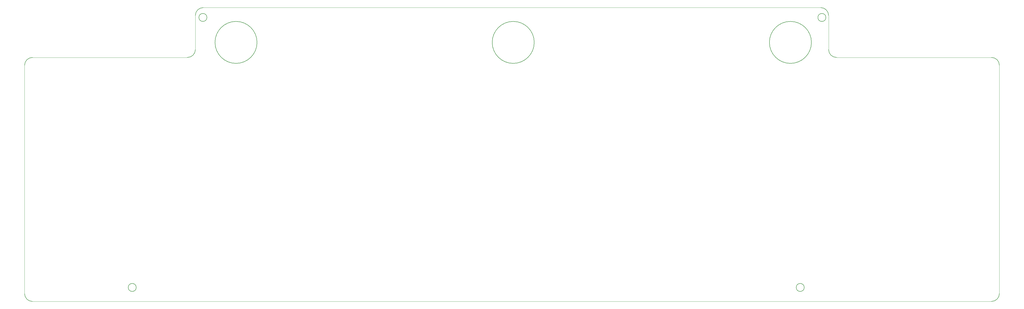
<source format=gbr>
%TF.GenerationSoftware,KiCad,Pcbnew,(6.99.0-5337-gc57e6db79a-dirty)*%
%TF.CreationDate,2023-01-26T13:45:44-05:00*%
%TF.ProjectId,m0116,6d303131-362e-46b6-9963-61645f706362,rev?*%
%TF.SameCoordinates,Original*%
%TF.FileFunction,Profile,NP*%
%FSLAX46Y46*%
G04 Gerber Fmt 4.6, Leading zero omitted, Abs format (unit mm)*
G04 Created by KiCad (PCBNEW (6.99.0-5337-gc57e6db79a-dirty)) date 2023-01-26 13:45:44*
%MOMM*%
%LPD*%
G01*
G04 APERTURE LIST*
%TA.AperFunction,Profile*%
%ADD10C,0.200000*%
%TD*%
%TA.AperFunction,Profile*%
%ADD11C,0.150000*%
%TD*%
%TA.AperFunction,Profile*%
%ADD12C,0.050000*%
%TD*%
G04 APERTURE END LIST*
D10*
X46494000Y-125665000D02*
G75*
G03*
X46494000Y-125665000I-1524000J0D01*
G01*
X300719000Y-125665000D02*
G75*
G03*
X300719000Y-125665000I-1524000J0D01*
G01*
X308969000Y-22765000D02*
G75*
G03*
X308969000Y-22765000I-1524000J0D01*
G01*
X73394000Y-22755000D02*
G75*
G03*
X73394000Y-22755000I-1524000J0D01*
G01*
D11*
X310000000Y-22000000D02*
G75*
G03*
X307000000Y-19000000I-3000000J0D01*
G01*
X310000000Y-35000000D02*
G75*
G03*
X313000000Y-38000000I3000000J0D01*
G01*
X375000000Y-41000000D02*
G75*
G03*
X372000000Y-38000000I-3000001J-1D01*
G01*
D12*
X310000000Y-35000000D02*
X310000000Y-22000000D01*
X372000000Y-38000000D02*
X313000000Y-38000000D01*
D11*
X72000000Y-19000000D02*
G75*
G03*
X69000000Y-22000000I0J-3000000D01*
G01*
X66000000Y-38000000D02*
G75*
G03*
X69000000Y-35000000I0J3000000D01*
G01*
X7000000Y-38000000D02*
G75*
G03*
X4000000Y-41000000I1J-3000001D01*
G01*
D12*
X69000000Y-22000000D02*
X69000000Y-35000000D01*
X66000000Y-38000000D02*
X7000000Y-38000000D01*
D10*
X303470000Y-32265000D02*
G75*
G03*
X303470000Y-32265000I-8000000J0D01*
G01*
X197970000Y-32265000D02*
G75*
G03*
X197970000Y-32265000I-8000000J0D01*
G01*
D11*
X372000000Y-131000000D02*
G75*
G03*
X375000000Y-128000000I0J3000000D01*
G01*
X4000000Y-128000000D02*
G75*
G03*
X7000000Y-131000000I3000000J0D01*
G01*
D12*
X7000000Y-131000000D02*
X372000000Y-131000000D01*
X375000000Y-128000000D02*
X375000000Y-41000000D01*
X4000000Y-41000000D02*
X4000000Y-128000000D01*
X307000000Y-19000000D02*
X72000000Y-19000000D01*
D10*
X92470000Y-32265000D02*
G75*
G03*
X92470000Y-32265000I-8000000J0D01*
G01*
D12*
X250550000Y-131000000D02*
X250550000Y-131000000D01*
M02*

</source>
